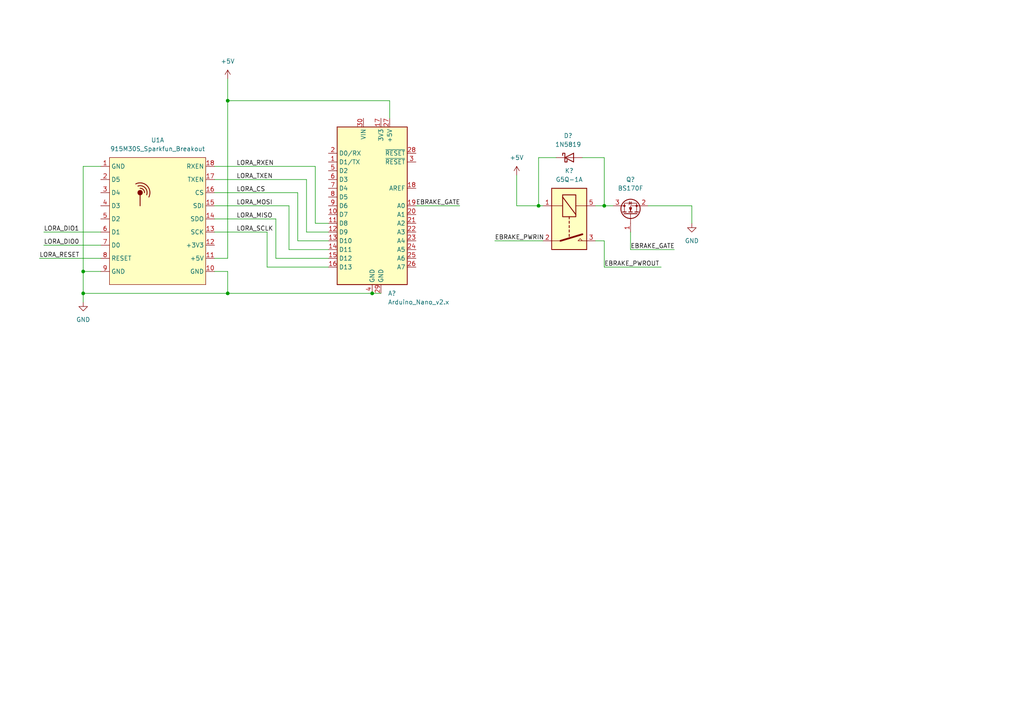
<source format=kicad_sch>
(kicad_sch (version 20211123) (generator eeschema)
  (paper "A4")
  (lib_symbols
    (symbol "Diode:1N5819" (pin_numbers hide) (pin_names (offset 1.016) hide)
      (property "Reference" "D" (at 0 2.54 0))
      (property "Value" "1N5819" (at 0 -2.54 0))
      (symbol "1N5819_0_1"
        (polyline (pts (xy 1.27 0) (xy -1.27 0)))
        (polyline (pts (xy 1.27 1.27) (xy 1.27 -1.27) (xy -1.27 0) (xy 1.27 1.27)) (stroke (width 0.254)))
        (polyline (pts (xy -1.905 0.635) (xy -1.905 1.27) (xy -1.27 1.27) (xy -1.27 -1.27) (xy -0.635 -1.27) (xy -0.635 -0.635)) (stroke (width 0.254)))
      )
      (symbol "1N5819_1_1"
        (pin passive line (at -3.81 0 0) (length 2.54) (name "K") (number "1"))
        (pin passive line (at 3.81 0 180) (length 2.54) (name "A") (number "2"))
      )
    )
    (symbol "MCU_Module:Arduino_Nano_v2.x"
      (property "Reference" "A" (at -10.16 23.495 0))
      (property "Value" "Arduino_Nano_v2.x" (at 5.08 -24.13 0))
      (symbol "Arduino_Nano_v2.x_0_1"
        (rectangle (start -10.16 22.86) (end 10.16 -22.86) (stroke (width 0.254)) (fill (type background)))
      )
      (symbol "Arduino_Nano_v2.x_1_1"
        (pin bidirectional line (at -12.7 12.7 0) (length 2.54) (name "D1/TX") (number "1"))
        (pin bidirectional line (at -12.7 -2.54 0) (length 2.54) (name "D7") (number "10"))
        (pin bidirectional line (at -12.7 -5.08 0) (length 2.54) (name "D8") (number "11"))
        (pin bidirectional line (at -12.7 -7.62 0) (length 2.54) (name "D9") (number "12"))
        (pin bidirectional line (at -12.7 -10.16 0) (length 2.54) (name "D10") (number "13"))
        (pin bidirectional line (at -12.7 -12.7 0) (length 2.54) (name "D11") (number "14"))
        (pin bidirectional line (at -12.7 -15.24 0) (length 2.54) (name "D12") (number "15"))
        (pin bidirectional line (at -12.7 -17.78 0) (length 2.54) (name "D13") (number "16"))
        (pin power_out line (at 2.54 25.4 270) (length 2.54) (name "3V3") (number "17"))
        (pin input line (at 12.7 5.08 180) (length 2.54) (name "AREF") (number "18"))
        (pin bidirectional line (at 12.7 0 180) (length 2.54) (name "A0") (number "19"))
        (pin bidirectional line (at -12.7 15.24 0) (length 2.54) (name "D0/RX") (number "2"))
        (pin bidirectional line (at 12.7 -2.54 180) (length 2.54) (name "A1") (number "20"))
        (pin bidirectional line (at 12.7 -5.08 180) (length 2.54) (name "A2") (number "21"))
        (pin bidirectional line (at 12.7 -7.62 180) (length 2.54) (name "A3") (number "22"))
        (pin bidirectional line (at 12.7 -10.16 180) (length 2.54) (name "A4") (number "23"))
        (pin bidirectional line (at 12.7 -12.7 180) (length 2.54) (name "A5") (number "24"))
        (pin bidirectional line (at 12.7 -15.24 180) (length 2.54) (name "A6") (number "25"))
        (pin bidirectional line (at 12.7 -17.78 180) (length 2.54) (name "A7") (number "26"))
        (pin power_out line (at 5.08 25.4 270) (length 2.54) (name "+5V") (number "27"))
        (pin input line (at 12.7 15.24 180) (length 2.54) (name "~{RESET}") (number "28"))
        (pin power_in line (at 2.54 -25.4 90) (length 2.54) (name "GND") (number "29"))
        (pin input line (at 12.7 12.7 180) (length 2.54) (name "~{RESET}") (number "3"))
        (pin power_in line (at -2.54 25.4 270) (length 2.54) (name "VIN") (number "30"))
        (pin power_in line (at 0 -25.4 90) (length 2.54) (name "GND") (number "4"))
        (pin bidirectional line (at -12.7 10.16 0) (length 2.54) (name "D2") (number "5"))
        (pin bidirectional line (at -12.7 7.62 0) (length 2.54) (name "D3") (number "6"))
        (pin bidirectional line (at -12.7 5.08 0) (length 2.54) (name "D4") (number "7"))
        (pin bidirectional line (at -12.7 2.54 0) (length 2.54) (name "D5") (number "8"))
        (pin bidirectional line (at -12.7 0 0) (length 2.54) (name "D6") (number "9"))
      )
    )
    (symbol "MattyBLib:915M30S_Sparkfun_Breakout"
      (property "Reference" "U" (at -12.7 21.59 0))
      (property "Value" "915M30S_Sparkfun_Breakout" (at 0 19.05 0))
      (symbol "915M30S_Sparkfun_Breakout_0_1"
        (circle (center -5.0799 7.6201) (radius 0.635) (stroke (width 0.254)) (fill (type outline)))
        (arc (start -3.8099 7.6201) (mid -4.169 8.531) (end -5.0799 8.8901) (stroke (width 0.254)))
        (arc (start -3.1749 6.9851) (mid -3.6416 9.0584) (end -5.7149 9.5251) (stroke (width 0.254)))
        (arc (start -2.5399 6.3501) (mid -3.0719 9.6281) (end -6.3499 10.1601) (stroke (width 0.254)))
        (polyline (pts (xy -5.0799 6.9851) (xy -5.0799 3.8101)) (stroke (width 0.254)))
        (rectangle (start 13.97 17.78) (end -13.97 -19.05) (fill (type background)))
      )
      (symbol "915M30S_Sparkfun_Breakout_1_1"
        (pin power_in line (at -16.51 15.24 0) (length 2.54) (name "GND") (number "1"))
        (pin power_in line (at 16.51 -15.24 180) (length 2.54) (name "GND") (number "10"))
        (pin power_in line (at 16.51 -11.43 180) (length 2.54) (name "+5V") (number "11"))
        (pin power_in line (at 16.51 -7.62 180) (length 2.54) (name "+3V3") (number "12"))
        (pin input line (at 16.51 -3.81 180) (length 2.54) (name "SCK") (number "13"))
        (pin bidirectional line (at 16.51 0 180) (length 2.54) (name "SDO") (number "14"))
        (pin bidirectional line (at 16.51 3.81 180) (length 2.54) (name "SDI") (number "15"))
        (pin input line (at 16.51 7.62 180) (length 2.54) (name "CS") (number "16"))
        (pin input line (at 16.51 11.43 180) (length 2.54) (name "TXEN") (number "17"))
        (pin input line (at 16.51 15.24 180) (length 2.54) (name "RXEN") (number "18"))
        (pin bidirectional line (at -16.51 11.43 0) (length 2.54) (name "D5") (number "2"))
        (pin bidirectional line (at -16.51 7.62 0) (length 2.54) (name "D4") (number "3"))
        (pin bidirectional line (at -16.51 3.81 0) (length 2.54) (name "D3") (number "4"))
        (pin bidirectional line (at -16.51 0 0) (length 2.54) (name "D2") (number "5"))
        (pin bidirectional line (at -16.51 -3.81 0) (length 2.54) (name "D1") (number "6"))
        (pin bidirectional line (at -16.51 -7.62 0) (length 2.54) (name "D0") (number "7"))
        (pin input line (at -16.51 -11.43 0) (length 2.54) (name "RESET") (number "8"))
        (pin power_in line (at -16.51 -15.24 0) (length 2.54) (name "GND") (number "9"))
      )
      (symbol "915M30S_Sparkfun_Breakout_2_1"
        (pin power_in line (at -16.51 15.24 0) (length 2.54) (name "GND") (number "1-UB"))
        (pin bidirectional line (at -16.51 11.43 0) (length 2.54) (name "D5") (number "LORA_D5-UB"))
      )
      (symbol "915M30S_Sparkfun_Breakout_3_1"
        (pin power_in line (at -16.51 15.24 0) (length 2.54) (name "GND") (number "1-UC"))
        (pin bidirectional line (at -16.51 11.43 0) (length 2.54) (name "D5") (number "LORA_D5-UC"))
      )
      (symbol "915M30S_Sparkfun_Breakout_4_1"
        (pin power_in line (at -16.51 15.24 0) (length 2.54) (name "GND") (number "1-UD"))
        (pin bidirectional line (at -16.51 11.43 0) (length 2.54) (name "D5") (number "LORA_D5-UD"))
      )
      (symbol "915M30S_Sparkfun_Breakout_5_1"
        (pin power_in line (at -16.51 15.24 0) (length 2.54) (name "GND") (number "1-UE"))
        (pin bidirectional line (at -16.51 11.43 0) (length 2.54) (name "D5") (number "LORA_D5-UE"))
      )
      (symbol "915M30S_Sparkfun_Breakout_6_1"
        (pin power_in line (at -16.51 15.24 0) (length 2.54) (name "GND") (number "1-UF"))
        (pin bidirectional line (at -16.51 11.43 0) (length 2.54) (name "D5") (number "LORA_D5-UF"))
      )
      (symbol "915M30S_Sparkfun_Breakout_7_1"
        (pin power_in line (at -16.51 15.24 0) (length 2.54) (name "GND") (number "1-UG"))
        (pin bidirectional line (at -16.51 11.43 0) (length 2.54) (name "D5") (number "LORA_D5-UG"))
      )
      (symbol "915M30S_Sparkfun_Breakout_8_1"
        (pin power_in line (at -16.51 15.24 0) (length 2.54) (name "GND") (number "1-UH"))
        (pin bidirectional line (at -16.51 11.43 0) (length 2.54) (name "D5") (number "LORA_D5-UH"))
      )
      (symbol "915M30S_Sparkfun_Breakout_9_1"
        (pin power_in line (at -16.51 15.24 0) (length 2.54) (name "GND") (number "1-UI"))
        (pin bidirectional line (at -16.51 11.43 0) (length 2.54) (name "D5") (number "LORA_D5-UI"))
      )
      (symbol "915M30S_Sparkfun_Breakout_10_1"
        (pin power_in line (at -16.51 15.24 0) (length 2.54) (name "GND") (number "1-UJ"))
        (pin bidirectional line (at -16.51 11.43 0) (length 2.54) (name "D5") (number "LORA_D5-UJ"))
      )
      (symbol "915M30S_Sparkfun_Breakout_11_1"
        (pin power_in line (at -16.51 15.24 0) (length 2.54) (name "GND") (number "1-UK"))
        (pin bidirectional line (at -16.51 11.43 0) (length 2.54) (name "D5") (number "LORA_D5-UK"))
      )
      (symbol "915M30S_Sparkfun_Breakout_12_1"
        (pin power_in line (at -16.51 15.24 0) (length 2.54) (name "GND") (number "1-UL"))
        (pin bidirectional line (at -16.51 11.43 0) (length 2.54) (name "D5") (number "LORA_D5-UL"))
      )
      (symbol "915M30S_Sparkfun_Breakout_13_1"
        (pin power_in line (at -16.51 15.24 0) (length 2.54) (name "GND") (number "1-UM"))
        (pin bidirectional line (at -16.51 11.43 0) (length 2.54) (name "D5") (number "LORA_D5-UM"))
      )
      (symbol "915M30S_Sparkfun_Breakout_14_1"
        (pin power_in line (at -16.51 15.24 0) (length 2.54) (name "GND") (number "1-UN"))
        (pin bidirectional line (at -16.51 11.43 0) (length 2.54) (name "D5") (number "LORA_D5-UN"))
      )
      (symbol "915M30S_Sparkfun_Breakout_15_1"
        (pin power_in line (at -16.51 15.24 0) (length 2.54) (name "GND") (number "1-UO"))
        (pin bidirectional line (at -16.51 11.43 0) (length 2.54) (name "D5") (number "LORA_D5-UO"))
      )
      (symbol "915M30S_Sparkfun_Breakout_16_1"
        (pin power_in line (at -16.51 15.24 0) (length 2.54) (name "GND") (number "1-UP"))
        (pin bidirectional line (at -16.51 11.43 0) (length 2.54) (name "D5") (number "LORA_D5-UP"))
      )
      (symbol "915M30S_Sparkfun_Breakout_17_1"
        (pin power_in line (at -16.51 15.24 0) (length 2.54) (name "GND") (number "1-UQ"))
        (pin bidirectional line (at -16.51 11.43 0) (length 2.54) (name "D5") (number "LORA_D5-UQ"))
      )
      (symbol "915M30S_Sparkfun_Breakout_18_1"
        (pin power_in line (at -16.51 15.24 0) (length 2.54) (name "GND") (number "1-UR"))
        (pin bidirectional line (at -16.51 11.43 0) (length 2.54) (name "D5") (number "LORA_D5-UR"))
      )
    )
    (symbol "Relay:G5Q-1A"
      (property "Reference" "K" (at 8.89 3.81 0))
      (property "Value" "G5Q-1A" (at 8.89 1.27 0))
      (symbol "G5Q-1A_0_0"
        (polyline (pts (xy 5.08 5.08) (xy 5.08 2.54) (xy 4.445 3.175) (xy 5.08 3.81)))
      )
      (symbol "G5Q-1A_0_1"
        (rectangle (start -10.16 5.08) (end 7.62 -5.08) (stroke (width 0.254)) (fill (type background)))
        (rectangle (start -8.255 1.905) (end -1.905 -1.905) (stroke (width 0.254)))
        (polyline (pts (xy -7.62 -1.905) (xy -2.54 1.905)) (stroke (width 0.254)))
        (polyline (pts (xy -5.08 -5.08) (xy -5.08 -1.905)))
        (polyline (pts (xy -5.08 5.08) (xy -5.08 1.905)))
        (polyline (pts (xy -1.905 0) (xy -1.27 0)) (stroke (width 0.254)))
        (polyline (pts (xy -0.635 0) (xy 0 0)) (stroke (width 0.254)))
        (polyline (pts (xy 0.635 0) (xy 1.27 0)) (stroke (width 0.254)))
        (polyline (pts (xy 1.905 0) (xy 2.54 0)) (stroke (width 0.254)))
        (polyline (pts (xy 3.175 0) (xy 3.81 0)) (stroke (width 0.254)))
        (polyline (pts (xy 5.08 -2.54) (xy 3.175 3.81)) (stroke (width 0.508)))
        (polyline (pts (xy 5.08 -2.54) (xy 5.08 -5.08)))
      )
      (symbol "G5Q-1A_1_1"
        (pin passive line (at -5.08 -7.62 90) (length 2.54) (name "~") (number "1"))
        (pin passive line (at 5.08 -7.62 90) (length 2.54) (name "~") (number "2"))
        (pin passive line (at 5.08 7.62 270) (length 2.54) (name "~") (number "3"))
        (pin passive line (at -5.08 7.62 270) (length 2.54) (name "~") (number "5"))
      )
    )
    (symbol "Transistor_FET:BS170F" (pin_names hide)
      (property "Reference" "Q" (at 5.08 1.905 0))
      (property "Value" "BS170F" (at 5.08 0 0))
      (symbol "BS170F_0_1"
        (polyline (pts (xy 0.254 0) (xy -2.54 0)))
        (polyline (pts (xy 0.254 1.905) (xy 0.254 -1.905)) (stroke (width 0.254)))
        (polyline (pts (xy 0.762 -1.27) (xy 0.762 -2.286)) (stroke (width 0.254)))
        (polyline (pts (xy 0.762 0.508) (xy 0.762 -0.508)) (stroke (width 0.254)))
        (polyline (pts (xy 0.762 2.286) (xy 0.762 1.27)) (stroke (width 0.254)))
        (polyline (pts (xy 2.54 2.54) (xy 2.54 1.778)))
        (polyline (pts (xy 2.54 -2.54) (xy 2.54 0) (xy 0.762 0)))
        (polyline (pts (xy 0.762 -1.778) (xy 3.302 -1.778) (xy 3.302 1.778) (xy 0.762 1.778)))
        (polyline (pts (xy 1.016 0) (xy 2.032 0.381) (xy 2.032 -0.381) (xy 1.016 0)) (fill (type outline)))
        (polyline (pts (xy 2.794 0.508) (xy 2.921 0.381) (xy 3.683 0.381) (xy 3.81 0.254)))
        (polyline (pts (xy 3.302 0.381) (xy 2.921 -0.254) (xy 3.683 -0.254) (xy 3.302 0.381)))
        (circle (center 1.651 0) (radius 2.794) (stroke (width 0.254)))
        (circle (center 2.54 -1.778) (radius 0.254) (fill (type outline)))
        (circle (center 2.54 1.778) (radius 0.254) (fill (type outline)))
      )
      (symbol "BS170F_1_1"
        (pin input line (at -5.08 0 0) (length 2.54) (name "G") (number "1"))
        (pin passive line (at 2.54 -5.08 90) (length 2.54) (name "S") (number "2"))
        (pin passive line (at 2.54 5.08 270) (length 2.54) (name "D") (number "3"))
      )
    )
    (symbol "power:+5V" (power) (pin_names (offset 0))
      (property "Value" "+5V" (at 0 3.556 0))
      (symbol "+5V_0_1"
        (polyline (pts (xy -0.762 1.27) (xy 0 2.54)))
        (polyline (pts (xy 0 0) (xy 0 2.54)))
        (polyline (pts (xy 0 2.54) (xy 0.762 1.27)))
      )
      (symbol "+5V_1_1"
        (pin power_in line (at 0 0 90) (length 0) hide (name "+5V") (number "1"))
      )
    )
    (symbol "power:GND" (power) (pin_names (offset 0))
      (property "Value" "GND" (at 0 -3.81 0))
      (symbol "GND_0_1"
        (polyline (pts (xy 0 0) (xy 0 -1.27) (xy 1.27 -1.27) (xy 0 -2.54) (xy -1.27 -1.27) (xy 0 -1.27)))
      )
      (symbol "GND_1_1"
        (pin power_in line (at 0 0 270) (length 0) hide (name "GND") (number "1"))
      )
    )
  )
  (junction (at 24.13 78.74))
  (junction (at 66.04 29.21))
  (junction (at 175.26 59.69))
  (junction (at 107.95 85.09))
  (junction (at 156.21 59.69))
  (junction (at 24.13 85.09))
  (junction (at 66.04 85.09))
  (wire (pts (xy 156.21 45.72) (xy 161.29 45.72)))
  (wire (pts (xy 62.23 74.93) (xy 66.04 74.93)))
  (wire (pts (xy 24.13 85.09) (xy 66.04 85.09)))
  (wire (pts (xy 29.21 48.26) (xy 24.13 48.26)))
  (wire (pts (xy 24.13 48.26) (xy 24.13 78.74)))
  (wire (pts (xy 86.36 55.88) (xy 62.23 55.88)))
  (wire (pts (xy 88.9 52.07) (xy 88.9 67.31)))
  (wire (pts (xy 86.36 69.85) (xy 86.36 55.88)))
  (wire (pts (xy 107.95 85.09) (xy 110.49 85.09)))
  (wire (pts (xy 156.21 59.69) (xy 156.21 45.72)))
  (wire (pts (xy 143.51 69.85) (xy 157.48 69.85)))
  (wire (pts (xy 66.04 85.09) (xy 66.04 78.74)))
  (wire (pts (xy 168.91 45.72) (xy 175.26 45.72)))
  (wire (pts (xy 24.13 78.74) (xy 24.13 85.09)))
  (wire (pts (xy 66.04 29.21) (xy 113.03 29.21)))
  (wire (pts (xy 91.44 64.77) (xy 91.44 48.26)))
  (wire (pts (xy 113.03 29.21) (xy 113.03 34.29)))
  (wire (pts (xy 24.13 85.09) (xy 24.13 87.63)))
  (wire (pts (xy 12.7 67.31) (xy 29.21 67.31)))
  (wire (pts (xy 175.26 77.47) (xy 191.77 77.47)))
  (wire (pts (xy 95.25 69.85) (xy 86.36 69.85)))
  (wire (pts (xy 172.72 69.85) (xy 175.26 69.85)))
  (wire (pts (xy 66.04 22.86) (xy 66.04 29.21)))
  (wire (pts (xy 120.65 59.69) (xy 133.35 59.69)))
  (wire (pts (xy 95.25 64.77) (xy 91.44 64.77)))
  (wire (pts (xy 200.66 64.77) (xy 200.66 59.69)))
  (wire (pts (xy 149.86 59.69) (xy 156.21 59.69)))
  (wire (pts (xy 66.04 85.09) (xy 107.95 85.09)))
  (wire (pts (xy 88.9 67.31) (xy 95.25 67.31)))
  (wire (pts (xy 29.21 78.74) (xy 24.13 78.74)))
  (wire (pts (xy 12.7 71.12) (xy 29.21 71.12)))
  (wire (pts (xy 91.44 48.26) (xy 62.23 48.26)))
  (wire (pts (xy 187.96 59.69) (xy 200.66 59.69)))
  (wire (pts (xy 66.04 29.21) (xy 66.04 74.93)))
  (wire (pts (xy 11.43 74.93) (xy 29.21 74.93)))
  (wire (pts (xy 62.23 59.69) (xy 83.82 59.69)))
  (wire (pts (xy 83.82 59.69) (xy 83.82 72.39)))
  (wire (pts (xy 83.82 72.39) (xy 95.25 72.39)))
  (wire (pts (xy 95.25 74.93) (xy 80.01 74.93)))
  (wire (pts (xy 62.23 52.07) (xy 88.9 52.07)))
  (wire (pts (xy 62.23 63.5) (xy 80.01 63.5)))
  (wire (pts (xy 182.88 67.31) (xy 182.88 72.39)))
  (wire (pts (xy 182.88 72.39) (xy 195.58 72.39)))
  (wire (pts (xy 80.01 74.93) (xy 80.01 63.5)))
  (wire (pts (xy 156.21 59.69) (xy 157.48 59.69)))
  (wire (pts (xy 62.23 78.74) (xy 66.04 78.74)))
  (wire (pts (xy 175.26 69.85) (xy 175.26 77.47)))
  (wire (pts (xy 175.26 59.69) (xy 177.8 59.69)))
  (wire (pts (xy 175.26 45.72) (xy 175.26 59.69)))
  (wire (pts (xy 149.86 50.8) (xy 149.86 59.69)))
  (wire (pts (xy 172.72 59.69) (xy 175.26 59.69)))
  (wire (pts (xy 95.25 77.47) (xy 77.47 77.47)))
  (wire (pts (xy 77.47 67.31) (xy 62.23 67.31)))
  (wire (pts (xy 77.47 77.47) (xy 77.47 67.31)))
  (label "LORA_DIO1" (at 12.7 67.31 0))
  (label "EBRAKE_PWROUT" (at 175.26 77.47 0))
  (label "LORA_MISO" (at 68.58 63.5 0))
  (label "LORA_DIO0" (at 12.7 71.12 0))
  (label "LORA_RESET" (at 11.43 74.93 0))
  (label "LORA_CS" (at 68.58 55.88 0))
  (label "EBRAKE_GATE" (at 120.65 59.69 0))
  (label "LORA_MOSI" (at 68.58 59.69 0))
  (label "EBRAKE_GATE" (at 182.88 72.39 0))
  (label "EBRAKE_PWRIN" (at 143.51 69.85 0))
  (label "LORA_SCLK" (at 68.58 67.31 0))
  (label "LORA_TXEN" (at 68.58 52.07 0))
  (label "LORA_RXEN" (at 68.58 48.26 0))
  (symbol (lib_id "power:+5V") (at 66.04 22.86 0) (unit 1)
    (property "Reference" "#PWR?" (effects hide))
    (property "Value" "+5V" (at 66.04 17.78 0))
  )
  (symbol (lib_id "Diode:1N5819") (at 165.1 45.72 0) (unit 1)
    (property "Reference" "D?" (at 164.7825 39.37 0))
    (property "Value" "1N5819" (at 164.7825 41.91 0))
    (property "Footprint" "Diode_THT:D_DO-41_SOD81_P10.16mm_Horizontal" (effects hide))
    (property "Datasheet" "http://www.vishay.com/docs/88525/1n5817.pdf" (effects hide))
  )
  (symbol (lib_id "power:GND") (at 24.13 87.63 0) (unit 1)
    (property "Reference" "#PWR?" (effects hide))
    (property "Value" "GND" (at 24.13 92.71 0))
  )
  (symbol (lib_id "power:GND") (at 200.66 64.77 0) (unit 1)
    (property "Reference" "#PWR?" (effects hide))
    (property "Value" "GND" (at 200.66 69.85 0))
  )
  (symbol (lib_id "Relay:G5Q-1A") (at 165.1 64.77 270) (unit 1)
    (property "Reference" "K?" (at 165.1 49.53 90))
    (property "Value" "G5Q-1A" (at 165.1 52.07 90))
    (property "Footprint" "Relay_THT:Relay_SPST_Omron-G5Q-1A" (effects hide))
    (property "Datasheet" "https://www.omron.com/ecb/products/pdf/en-g5q.pdf" (effects hide))
  )
  (symbol (lib_id "MCU_Module:Arduino_Nano_v2.x") (at 107.95 59.69 0) (unit 1)
    (property "Reference" "A?" (at 112.5094 85.09 0) (effects (justify left)))
    (property "Value" "Arduino_Nano_v2.x" (at 112.5094 87.63 0) (effects (justify left)))
    (property "Footprint" "Module:Arduino_Nano" (effects hide))
    (property "Datasheet" "https://www.arduino.cc/en/uploads/Main/ArduinoNanoManual23.pdf" (effects hide))
  )
  (symbol (lib_id "Transistor_FET:BS170F") (at 182.88 62.23 90) (unit 1)
    (property "Reference" "Q?" (at 182.88 52.07 90))
    (property "Value" "BS170F" (at 182.88 54.61 90))
    (property "Footprint" "Package_TO_SOT_SMD:SOT-23" (effects hide))
    (property "Datasheet" "http://www.diodes.com/assets/Datasheets/BS170F.pdf" (effects hide))
  )
  (symbol (lib_id "power:+5V") (at 149.86 50.8 0) (unit 1)
    (property "Reference" "#PWR?" (effects hide))
    (property "Value" "+5V" (at 149.86 45.72 0))
  )
  (symbol (lib_id "MattyBLib:915M30S_Sparkfun_Breakout") (at 45.72 63.5 0) (unit 1)
    (property "Reference" "U1" (at 45.72 40.64 0))
    (property "Value" "915M30S_Sparkfun_Breakout" (at 45.72 43.18 0))
  )
)
</source>
